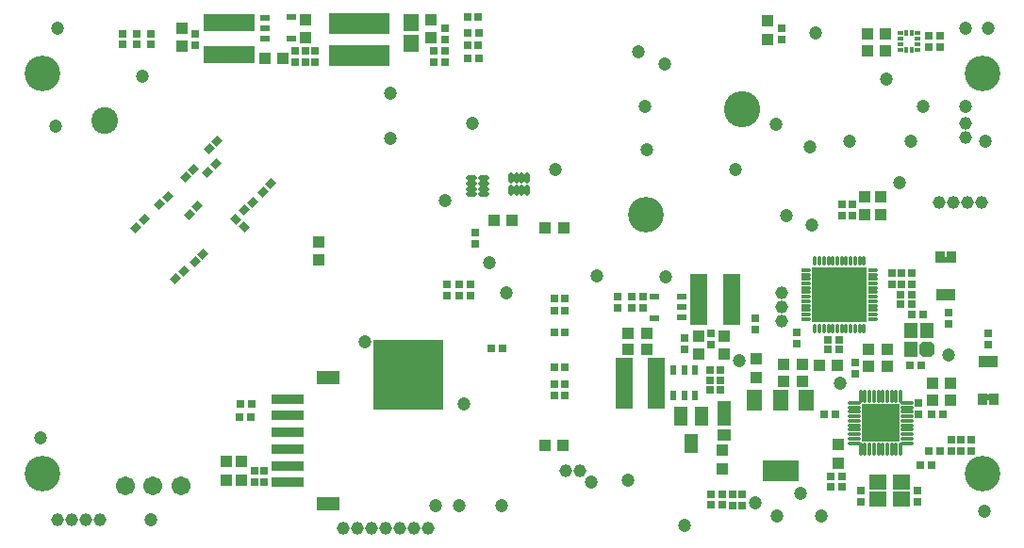
<source format=gbs>
G04 Layer_Color=16711935*
%FSLAX25Y25*%
%MOIN*%
G70*
G01*
G75*
%ADD116C,0.09449*%
%ADD117O,0.03900X0.02000*%
%ADD118O,0.02000X0.03900*%
%ADD120R,0.05918X0.18123*%
%ADD121R,0.04343X0.04343*%
%ADD122C,0.04737*%
%ADD123R,0.02769X0.03162*%
%ADD124R,0.18123X0.05918*%
%ADD125R,0.04343X0.04343*%
%ADD126R,0.03162X0.02769*%
G04:AMPARAMS|DCode=127|XSize=27.69mil|YSize=31.62mil|CornerRadius=0mil|HoleSize=0mil|Usage=FLASHONLY|Rotation=45.000|XOffset=0mil|YOffset=0mil|HoleType=Round|Shape=Rectangle|*
%AMROTATEDRECTD127*
4,1,4,0.00139,-0.02097,-0.02097,0.00139,-0.00139,0.02097,0.02097,-0.00139,0.00139,-0.02097,0.0*
%
%ADD127ROTATEDRECTD127*%

%ADD139R,0.03556X0.02375*%
%ADD148C,0.05524*%
%ADD150C,0.12611*%
%ADD151C,0.04540*%
G04:AMPARAMS|DCode=152|XSize=244.22mil|YSize=244.22mil|CornerRadius=0mil|HoleSize=0mil|Usage=FLASHONLY|Rotation=0.000|XOffset=0mil|YOffset=0mil|HoleType=Round|Shape=RoundedRectangle|*
%AMROUNDEDRECTD152*
21,1,0.24422,0.24422,0,0,0.0*
21,1,0.24422,0.24422,0,0,0.0*
1,1,0.00000,0.12211,-0.12211*
1,1,0.00000,-0.12211,-0.12211*
1,1,0.00000,-0.12211,0.12211*
1,1,0.00000,0.12211,0.12211*
%
%ADD152ROUNDEDRECTD152*%
%ADD153C,0.06706*%
%ADD155R,0.07099X0.03950*%
%ADD156R,0.03359X0.03950*%
%ADD157R,0.03950X0.02375*%
%ADD158R,0.21666X0.07493*%
%ADD159R,0.05131X0.03950*%
%ADD160R,0.05131X0.08674*%
%ADD161R,0.04800X0.06800*%
%ADD162R,0.02375X0.03556*%
G04:AMPARAMS|DCode=163|XSize=27.69mil|YSize=31.62mil|CornerRadius=0mil|HoleSize=0mil|Usage=FLASHONLY|Rotation=315.000|XOffset=0mil|YOffset=0mil|HoleType=Round|Shape=Rectangle|*
%AMROTATEDRECTD163*
4,1,4,-0.02097,-0.00139,0.00139,0.02097,0.02097,0.00139,-0.00139,-0.02097,-0.02097,-0.00139,0.0*
%
%ADD163ROTATEDRECTD163*%

%ADD164R,0.06312X0.05524*%
%ADD165R,0.08280X0.05131*%
%ADD166R,0.11430X0.03556*%
%ADD167R,0.12600X0.07300*%
%ADD168R,0.05300X0.07300*%
G04:AMPARAMS|DCode=169|XSize=51.31mil|YSize=55.24mil|CornerRadius=0mil|HoleSize=0mil|Usage=FLASHONLY|Rotation=180.000|XOffset=0mil|YOffset=0mil|HoleType=Round|Shape=Octagon|*
%AMOCTAGOND169*
4,1,8,0.01283,-0.02762,-0.01283,-0.02762,-0.02565,-0.01480,-0.02565,0.01480,-0.01283,0.02762,0.01283,0.02762,0.02565,0.01480,0.02565,-0.01480,0.01283,-0.02762,0.0*
%
%ADD169OCTAGOND169*%

%ADD170R,0.05131X0.05524*%
%ADD171O,0.03359X0.01587*%
%ADD172O,0.01587X0.03359*%
%ADD173R,0.19304X0.19304*%
%ADD174R,0.01784X0.01883*%
%ADD175R,0.01883X0.01784*%
%ADD176R,0.05721X0.05918*%
%ADD177O,0.01587X0.04540*%
%ADD178O,0.04540X0.01587*%
%ADD179R,0.13792X0.13792*%
%ADD180C,0.12800*%
D116*
X29000Y-35815D02*
D03*
D117*
X158712Y-56110D02*
D03*
Y-58079D02*
D03*
Y-60047D02*
D03*
Y-62016D02*
D03*
X163160D02*
D03*
Y-60047D02*
D03*
Y-58079D02*
D03*
Y-56110D02*
D03*
D118*
X178626Y-56257D02*
D03*
X176656D02*
D03*
X174688D02*
D03*
X172720D02*
D03*
Y-60705D02*
D03*
X174688D02*
D03*
X176656D02*
D03*
X178626D02*
D03*
D120*
X239291Y-99315D02*
D03*
X250709D02*
D03*
X212791Y-128815D02*
D03*
X224209D02*
D03*
D121*
X77500Y-163065D02*
D03*
Y-156565D02*
D03*
X259457Y-120222D02*
D03*
Y-126722D02*
D03*
X56500Y-3065D02*
D03*
Y-9565D02*
D03*
X297957Y-69222D02*
D03*
Y-62722D02*
D03*
X72000Y-156565D02*
D03*
Y-163065D02*
D03*
X104937Y-85213D02*
D03*
Y-78713D02*
D03*
X288500Y-157065D02*
D03*
Y-150565D02*
D03*
X100000Y-65D02*
D03*
Y-6565D02*
D03*
X248000Y-118565D02*
D03*
Y-112065D02*
D03*
X247500Y-152565D02*
D03*
Y-159065D02*
D03*
X239000Y-112065D02*
D03*
Y-118565D02*
D03*
X303457Y-69222D02*
D03*
Y-62722D02*
D03*
X263500Y-7065D02*
D03*
Y-565D02*
D03*
X144500Y-65D02*
D03*
Y-6565D02*
D03*
D122*
X234000Y-179315D02*
D03*
X275000Y-167815D02*
D03*
X220000Y-30815D02*
D03*
X159000Y-36815D02*
D03*
X42500Y-20315D02*
D03*
X292500Y-43315D02*
D03*
X333500Y-30815D02*
D03*
X121000Y-114315D02*
D03*
X333465Y-3150D02*
D03*
X341339D02*
D03*
X305500Y-21315D02*
D03*
X149500Y-64315D02*
D03*
X130000Y-42315D02*
D03*
X280500Y-4815D02*
D03*
X6500Y-148315D02*
D03*
X340000Y-174315D02*
D03*
X12500Y-3315D02*
D03*
X340500Y-43315D02*
D03*
X252000Y-53315D02*
D03*
X266508Y-37327D02*
D03*
X227500Y-91315D02*
D03*
X310000Y-57815D02*
D03*
X314000Y-43315D02*
D03*
X227000Y-15815D02*
D03*
X130000Y-26315D02*
D03*
X220781Y-46315D02*
D03*
X156000Y-136315D02*
D03*
X217766Y-11549D02*
D03*
X45500Y-177315D02*
D03*
X214126Y-163189D02*
D03*
X11719Y-37815D02*
D03*
X318500Y-30815D02*
D03*
X327500Y-118815D02*
D03*
X282500Y-175815D02*
D03*
X188500Y-53315D02*
D03*
X169500Y-172315D02*
D03*
X259000Y-171315D02*
D03*
X146000Y-172315D02*
D03*
X289000Y-128815D02*
D03*
X165000Y-86315D02*
D03*
X154500Y-172315D02*
D03*
X279000Y-72815D02*
D03*
X171000Y-96815D02*
D03*
X270000Y-69560D02*
D03*
X203000Y-90815D02*
D03*
X266874Y-175815D02*
D03*
X253500Y-120815D02*
D03*
X278500Y-45315D02*
D03*
X201000Y-163815D02*
D03*
D123*
X254500Y-172283D02*
D03*
Y-168347D02*
D03*
X251000Y-172283D02*
D03*
Y-168347D02*
D03*
X85500Y-159846D02*
D03*
Y-163784D02*
D03*
X61000Y-5347D02*
D03*
Y-9284D02*
D03*
X82000Y-159846D02*
D03*
Y-163784D02*
D03*
X35437Y-5094D02*
D03*
Y-9031D02*
D03*
X40437D02*
D03*
Y-5094D02*
D03*
X289957Y-69441D02*
D03*
Y-65504D02*
D03*
X293457Y-69441D02*
D03*
Y-65504D02*
D03*
X331957Y-152941D02*
D03*
Y-149004D02*
D03*
X103500Y-15283D02*
D03*
Y-11347D02*
D03*
X320500Y-5847D02*
D03*
Y-9783D02*
D03*
X100000Y-11347D02*
D03*
Y-15283D02*
D03*
X294457Y-121504D02*
D03*
Y-125441D02*
D03*
X219500Y-98347D02*
D03*
Y-102284D02*
D03*
X215500Y-98347D02*
D03*
Y-102284D02*
D03*
X149500Y-11347D02*
D03*
Y-15283D02*
D03*
X45437Y-9031D02*
D03*
Y-5094D02*
D03*
X160237Y-79532D02*
D03*
Y-75595D02*
D03*
X316957Y-136004D02*
D03*
Y-139941D02*
D03*
X328457Y-152941D02*
D03*
Y-149004D02*
D03*
X335457Y-152941D02*
D03*
Y-149004D02*
D03*
X273957Y-111004D02*
D03*
Y-114941D02*
D03*
X307457Y-93941D02*
D03*
Y-90004D02*
D03*
X296457Y-167004D02*
D03*
Y-170941D02*
D03*
X316457D02*
D03*
Y-167004D02*
D03*
X234000Y-116783D02*
D03*
Y-112847D02*
D03*
X314457Y-93941D02*
D03*
Y-90004D02*
D03*
X154500Y-97783D02*
D03*
Y-93846D02*
D03*
X158500D02*
D03*
Y-97783D02*
D03*
X150000D02*
D03*
Y-93846D02*
D03*
X96500Y-11347D02*
D03*
Y-15283D02*
D03*
X210500Y-98347D02*
D03*
Y-102284D02*
D03*
X243500Y-115284D02*
D03*
Y-111346D02*
D03*
X259000Y-109783D02*
D03*
Y-105847D02*
D03*
X310957Y-93941D02*
D03*
Y-90004D02*
D03*
X268500Y-7283D02*
D03*
Y-3347D02*
D03*
X324500Y-5847D02*
D03*
Y-9783D02*
D03*
X145500Y-15283D02*
D03*
Y-11347D02*
D03*
X149500Y-3347D02*
D03*
Y-7283D02*
D03*
X341500Y-115284D02*
D03*
Y-111346D02*
D03*
X327500Y-103847D02*
D03*
Y-107783D02*
D03*
D124*
X73000Y-1106D02*
D03*
Y-12524D02*
D03*
D125*
X269250Y-122315D02*
D03*
X275750D02*
D03*
X269250Y-128315D02*
D03*
X275750D02*
D03*
X288207Y-122472D02*
D03*
X281707D02*
D03*
X191487Y-73863D02*
D03*
X184987D02*
D03*
X321707Y-128972D02*
D03*
X328207D02*
D03*
X298750Y-11315D02*
D03*
X305250D02*
D03*
X305707Y-116972D02*
D03*
X299207D02*
D03*
X328207Y-134972D02*
D03*
X321707D02*
D03*
X191287Y-150763D02*
D03*
X184787D02*
D03*
X298750Y-5315D02*
D03*
X305250D02*
D03*
X305707Y-122972D02*
D03*
X299207D02*
D03*
X166750Y-71315D02*
D03*
X173250D02*
D03*
X92250Y-13815D02*
D03*
X85750D02*
D03*
X214250Y-111315D02*
D03*
X220750D02*
D03*
Y-116815D02*
D03*
X214250D02*
D03*
D126*
X243032Y-124315D02*
D03*
X246969D02*
D03*
X246969Y-127815D02*
D03*
X243032D02*
D03*
X321425Y-157973D02*
D03*
X317488D02*
D03*
X325425Y-139972D02*
D03*
X321488D02*
D03*
X287425D02*
D03*
X283488D02*
D03*
X324425Y-152972D02*
D03*
X320488D02*
D03*
X157369Y837D02*
D03*
X161305D02*
D03*
X161406Y-4963D02*
D03*
X157468D02*
D03*
X157369Y-9263D02*
D03*
X161305D02*
D03*
X284988Y-116972D02*
D03*
X288925D02*
D03*
X76768Y-140863D02*
D03*
X80705D02*
D03*
X289925Y-161972D02*
D03*
X285988D02*
D03*
Y-165472D02*
D03*
X289925D02*
D03*
X165868Y-116563D02*
D03*
X169806D02*
D03*
X314425Y-97473D02*
D03*
X310488D02*
D03*
X314425Y-100972D02*
D03*
X310488D02*
D03*
X313988Y-122472D02*
D03*
X317925D02*
D03*
X318425Y-104472D02*
D03*
X314488D02*
D03*
X284988Y-113472D02*
D03*
X288925D02*
D03*
X243032Y-131315D02*
D03*
X246969D02*
D03*
X188031Y-123315D02*
D03*
X191969D02*
D03*
Y-110863D02*
D03*
X188031D02*
D03*
Y-103163D02*
D03*
X191969D02*
D03*
Y-98963D02*
D03*
X188031D02*
D03*
Y-133315D02*
D03*
X191969D02*
D03*
X77075Y-136266D02*
D03*
X81012D02*
D03*
X188031Y-129315D02*
D03*
X191969D02*
D03*
X161469Y-13815D02*
D03*
X157531D02*
D03*
X243531Y-171815D02*
D03*
X247468D02*
D03*
X247468Y-168315D02*
D03*
X243531D02*
D03*
D127*
X75567Y-70864D02*
D03*
X78351Y-73648D02*
D03*
D139*
X223551Y-98075D02*
D03*
Y-105752D02*
D03*
X233000Y-105555D02*
D03*
Y-101815D02*
D03*
Y-98075D02*
D03*
X95286Y-7003D02*
D03*
Y674D02*
D03*
X85837Y477D02*
D03*
Y-3263D02*
D03*
Y-7003D02*
D03*
D148*
X29000Y-35815D02*
D03*
D150*
X220472Y-69291D02*
D03*
X339370Y-19291D02*
D03*
Y-161024D02*
D03*
X7087D02*
D03*
X7087Y-19291D02*
D03*
D151*
X324000Y-64815D02*
D03*
X329000D02*
D03*
X334000D02*
D03*
X339000D02*
D03*
X333500Y-41815D02*
D03*
Y-36815D02*
D03*
X27500Y-177315D02*
D03*
X22500D02*
D03*
X17500D02*
D03*
X12500D02*
D03*
X197037Y-159763D02*
D03*
X192037D02*
D03*
X113500Y-180315D02*
D03*
X118500D02*
D03*
X123500D02*
D03*
X128500D02*
D03*
X133500D02*
D03*
X138500D02*
D03*
X143500D02*
D03*
X268457Y-96972D02*
D03*
Y-101972D02*
D03*
Y-106972D02*
D03*
D152*
X136359Y-125953D02*
D03*
D153*
X56080Y-165263D02*
D03*
X46237D02*
D03*
X36395D02*
D03*
D155*
X326457Y-97665D02*
D03*
X341457Y-121280D02*
D03*
D156*
X324587Y-84280D02*
D03*
X328327Y-84280D02*
D03*
X339587Y-134665D02*
D03*
X343327Y-134665D02*
D03*
D157*
X326457Y-85067D02*
D03*
X341457Y-133878D02*
D03*
D158*
X119000Y-13024D02*
D03*
Y-1606D02*
D03*
D159*
X248000Y-147055D02*
D03*
D160*
Y-139575D02*
D03*
D161*
X236500Y-150236D02*
D03*
X240240Y-140394D02*
D03*
X232760D02*
D03*
D162*
X237740Y-124287D02*
D03*
X234000D02*
D03*
X230260D02*
D03*
Y-133343D02*
D03*
X234000D02*
D03*
X237740D02*
D03*
D163*
X66067Y-45846D02*
D03*
X68851Y-43062D02*
D03*
X65567Y-54146D02*
D03*
X68351Y-51362D02*
D03*
X81351Y-64862D02*
D03*
X78567Y-67646D02*
D03*
X87851Y-58362D02*
D03*
X85067Y-61146D02*
D03*
X43012Y-70995D02*
D03*
X40229Y-73779D02*
D03*
X48567Y-65646D02*
D03*
X51351Y-62862D02*
D03*
X61851Y-66362D02*
D03*
X59067Y-69146D02*
D03*
X61079Y-85865D02*
D03*
X63863Y-83081D02*
D03*
X54299Y-91914D02*
D03*
X57083Y-89130D02*
D03*
X60559Y-53062D02*
D03*
X57775Y-55846D02*
D03*
D164*
X302457Y-163972D02*
D03*
X310724D02*
D03*
Y-169878D02*
D03*
X302457D02*
D03*
D165*
X108268Y-126772D02*
D03*
Y-171654D02*
D03*
D166*
X93701Y-134449D02*
D03*
Y-140355D02*
D03*
Y-146260D02*
D03*
Y-152166D02*
D03*
Y-158071D02*
D03*
Y-163977D02*
D03*
D167*
X268000Y-159815D02*
D03*
D168*
X277100Y-134815D02*
D03*
X268000D02*
D03*
X258900D02*
D03*
D169*
X319713Y-116819D02*
D03*
D170*
X314201D02*
D03*
Y-110126D02*
D03*
X319713Y-110126D02*
D03*
D171*
X277047Y-106134D02*
D03*
Y-104559D02*
D03*
Y-102984D02*
D03*
Y-101409D02*
D03*
Y-99835D02*
D03*
Y-98260D02*
D03*
Y-96685D02*
D03*
Y-95110D02*
D03*
Y-93535D02*
D03*
Y-91961D02*
D03*
Y-90386D02*
D03*
Y-88811D02*
D03*
X300866D02*
D03*
Y-90386D02*
D03*
Y-91961D02*
D03*
Y-93535D02*
D03*
Y-95110D02*
D03*
Y-96685D02*
D03*
Y-98260D02*
D03*
Y-99835D02*
D03*
Y-101409D02*
D03*
Y-102984D02*
D03*
Y-104559D02*
D03*
Y-106134D02*
D03*
D172*
X280295Y-85563D02*
D03*
X281870D02*
D03*
X283445D02*
D03*
X285020D02*
D03*
X286595D02*
D03*
X288169D02*
D03*
X289744D02*
D03*
X291319D02*
D03*
X292894D02*
D03*
X294468D02*
D03*
X296043D02*
D03*
X297618D02*
D03*
Y-109382D02*
D03*
X296043D02*
D03*
X294468D02*
D03*
X292894D02*
D03*
X291319D02*
D03*
X289744D02*
D03*
X288169D02*
D03*
X286595D02*
D03*
X285020D02*
D03*
X283445D02*
D03*
X281870D02*
D03*
X280295D02*
D03*
D173*
X288957Y-97473D02*
D03*
D174*
X312516Y-10768D02*
D03*
X314484D02*
D03*
X314484Y-4862D02*
D03*
X312516Y-4862D02*
D03*
D175*
X316453Y-10768D02*
D03*
Y-8799D02*
D03*
Y-6831D02*
D03*
Y-4862D02*
D03*
X310547D02*
D03*
Y-6831D02*
D03*
Y-8799D02*
D03*
Y-10768D02*
D03*
D176*
X137500Y-1075D02*
D03*
Y-8555D02*
D03*
D177*
X310543Y-152323D02*
D03*
X308968D02*
D03*
X307394D02*
D03*
X305819D02*
D03*
X304244D02*
D03*
X302669D02*
D03*
X301095D02*
D03*
X299520D02*
D03*
X297945D02*
D03*
X296370D02*
D03*
Y-133622D02*
D03*
X297945D02*
D03*
X299520D02*
D03*
X301095D02*
D03*
X302669D02*
D03*
X304244D02*
D03*
X305819D02*
D03*
X307394D02*
D03*
X308968D02*
D03*
X310543D02*
D03*
D178*
X294106Y-150059D02*
D03*
Y-148484D02*
D03*
Y-146909D02*
D03*
Y-145335D02*
D03*
Y-143760D02*
D03*
Y-142185D02*
D03*
Y-140610D02*
D03*
Y-139035D02*
D03*
Y-137461D02*
D03*
Y-135886D02*
D03*
X312807D02*
D03*
Y-137461D02*
D03*
Y-139035D02*
D03*
Y-140610D02*
D03*
Y-142185D02*
D03*
Y-143760D02*
D03*
Y-145335D02*
D03*
Y-146909D02*
D03*
Y-148484D02*
D03*
Y-150059D02*
D03*
D179*
X303457Y-142972D02*
D03*
D180*
X254500Y-31815D02*
D03*
M02*

</source>
